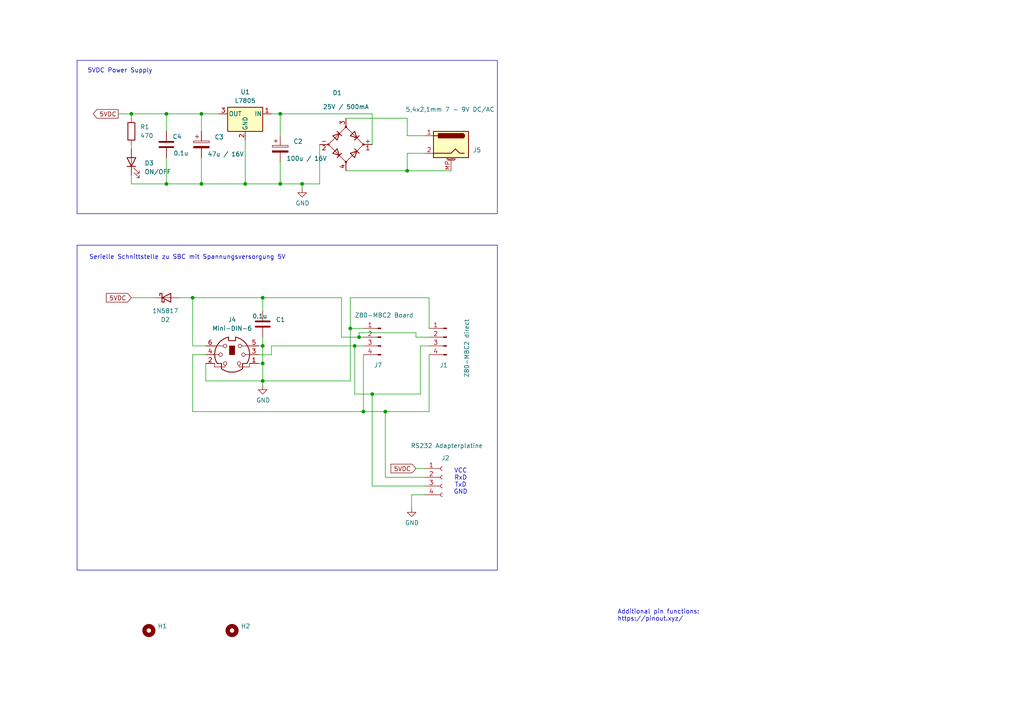
<source format=kicad_sch>
(kicad_sch (version 20250114) (generator "eeschema") (generator_version "9.0")
  (paper "A4")
  (title_block (date "15 nov 2012"))
  (lib_symbols
    (symbol "Connector:Barrel_Jack_MountingPin" (pin_names (hide yes))
      (property "Reference" "J" (at 0 5.334 0))
      (property "Value" "Barrel_Jack_MountingPin" (at 1.27 -6.35 0))
      (symbol "Barrel_Jack_MountingPin_0_1"
        (rectangle (start -5.08 3.81) (end 5.08 -3.81) (stroke (width 0.254)) (fill (type background)))
        (polyline (pts (xy -3.81 -2.54) (xy -2.54 -2.54) (xy -1.27 -1.27) (xy 0 -2.54) (xy 2.54 -2.54) (xy 5.08 -2.54)) (stroke (width 0.254)))
        (arc (start -3.302 1.905) (mid -3.9343 2.54) (end -3.302 3.175) (stroke (width 0.254)))
        (arc (start -3.302 1.905) (mid -3.9343 2.54) (end -3.302 3.175) (stroke (width 0.254)) (fill (type outline)))
        (rectangle (start 3.683 3.175) (end -3.302 1.905) (stroke (width 0.254)) (fill (type outline)))
        (polyline (pts (xy 5.08 2.54) (xy 3.81 2.54)) (stroke (width 0.254)))
      )
      (symbol "Barrel_Jack_MountingPin_1_1"
        (polyline (pts (xy -1.016 -4.572) (xy 1.016 -4.572)) (stroke (width 0.1524)))
        (text "Mounting" (at 0 -4.191 0) (effects (font (size 0.381 0.381))))
        (pin passive line (at 0 -7.62 90) (length 3.048) (name "MountPin") (number "MP"))
        (pin passive line (at 7.62 2.54 180) (length 2.54) (name "~") (number "1"))
        (pin passive line (at 7.62 -2.54 180) (length 2.54) (name "~") (number "2"))
      )
    )
    (symbol "Connector:Conn_01x04_Pin" (pin_names (offset 1.016) (hide yes))
      (property "Reference" "J" (at 0 5.08 0))
      (property "Value" "Conn_01x04_Pin" (at 0 -7.62 0))
      (symbol "Conn_01x04_Pin_1_1"
        (rectangle (start 0.8636 2.667) (end 0 2.413) (stroke (width 0.1524)) (fill (type outline)))
        (rectangle (start 0.8636 0.127) (end 0 -0.127) (stroke (width 0.1524)) (fill (type outline)))
        (rectangle (start 0.8636 -2.413) (end 0 -2.667) (stroke (width 0.1524)) (fill (type outline)))
        (rectangle (start 0.8636 -4.953) (end 0 -5.207) (stroke (width 0.1524)) (fill (type outline)))
        (polyline (pts (xy 1.27 2.54) (xy 0.8636 2.54)) (stroke (width 0.1524)))
        (polyline (pts (xy 1.27 0) (xy 0.8636 0)) (stroke (width 0.1524)))
        (polyline (pts (xy 1.27 -2.54) (xy 0.8636 -2.54)) (stroke (width 0.1524)))
        (polyline (pts (xy 1.27 -5.08) (xy 0.8636 -5.08)) (stroke (width 0.1524)))
        (pin passive line (at 5.08 2.54 180) (length 3.81) (name "Pin_1") (number "1"))
        (pin passive line (at 5.08 0 180) (length 3.81) (name "Pin_2") (number "2"))
        (pin passive line (at 5.08 -2.54 180) (length 3.81) (name "Pin_3") (number "3"))
        (pin passive line (at 5.08 -5.08 180) (length 3.81) (name "Pin_4") (number "4"))
      )
    )
    (symbol "Connector:Conn_01x04_Socket" (pin_names (offset 1.016) (hide yes))
      (property "Reference" "J" (at 0 5.08 0))
      (property "Value" "Conn_01x04_Socket" (at 0 -7.62 0))
      (symbol "Conn_01x04_Socket_1_1"
        (polyline (pts (xy -1.27 2.54) (xy -0.508 2.54)) (stroke (width 0.1524)))
        (polyline (pts (xy -1.27 0) (xy -0.508 0)) (stroke (width 0.1524)))
        (polyline (pts (xy -1.27 -2.54) (xy -0.508 -2.54)) (stroke (width 0.1524)))
        (polyline (pts (xy -1.27 -5.08) (xy -0.508 -5.08)) (stroke (width 0.1524)))
        (arc (start 0 2.032) (mid -0.5058 2.54) (end 0 3.048) (stroke (width 0.1524)))
        (arc (start 0 -0.508) (mid -0.5058 0) (end 0 0.508) (stroke (width 0.1524)))
        (arc (start 0 -3.048) (mid -0.5058 -2.54) (end 0 -2.032) (stroke (width 0.1524)))
        (arc (start 0 -5.588) (mid -0.5058 -5.08) (end 0 -4.572) (stroke (width 0.1524)))
        (pin passive line (at -5.08 2.54 0) (length 3.81) (name "Pin_1") (number "1"))
        (pin passive line (at -5.08 0 0) (length 3.81) (name "Pin_2") (number "2"))
        (pin passive line (at -5.08 -2.54 0) (length 3.81) (name "Pin_3") (number "3"))
        (pin passive line (at -5.08 -5.08 0) (length 3.81) (name "Pin_4") (number "4"))
      )
    )
    (symbol "Connector:Mini-DIN-6" (pin_names (offset 1.016))
      (property "Reference" "J" (at 0 6.35 0))
      (property "Value" "Mini-DIN-6" (at 0 -6.35 0))
      (symbol "Mini-DIN-6_0_1"
        (polyline (pts (xy -4.318 -2.54) (xy -3.048 -2.54) (xy -3.048 -4.064)) (stroke (width 0.254)))
        (polyline (pts (xy -3.81 0) (xy -5.08 0)))
        (circle (center -3.302 0) (radius 0.508))
        (polyline (pts (xy -2.54 2.54) (xy -5.08 2.54)))
        (circle (center -2.032 2.54) (radius 0.508))
        (circle (center -2.032 -2.54) (radius 0.508))
        (polyline (pts (xy -2.032 -3.048) (xy -2.032 -3.556) (xy -5.08 -3.556) (xy -5.08 -2.54)))
        (polyline (pts (xy -1.016 5.08) (xy -1.016 4.064) (xy 1.016 4.064) (xy 1.016 5.08)) (stroke (width 0.254)))
        (rectangle (start -0.762 2.54) (end 0.762 0) (fill (type outline)))
        (arc (start 3.048 -4.064) (mid 0 -5.08) (end -3.048 -4.064) (stroke (width 0.254)))
        (arc (start 1.016 5.08) (mid 4.6646 2.1356) (end 4.318 -2.54) (stroke (width 0.254)))
        (arc (start -4.318 -2.54) (mid -4.6241 2.1181) (end -1.016 5.08) (stroke (width 0.254)))
        (circle (center 2.032 -2.54) (radius 0.508))
        (polyline (pts (xy 2.032 -3.048) (xy 2.032 -3.556) (xy 5.08 -3.556) (xy 5.08 -2.54)))
        (circle (center 2.286 2.54) (radius 0.508))
        (polyline (pts (xy 2.794 2.54) (xy 5.08 2.54)))
        (circle (center 3.302 0) (radius 0.508))
        (polyline (pts (xy 4.318 -2.54) (xy 3.048 -2.54) (xy 3.048 -4.064)) (stroke (width 0.254)))
        (polyline (pts (xy 5.08 0) (xy 3.81 0)))
      )
      (symbol "Mini-DIN-6_1_1"
        (pin passive line (at -7.62 2.54 0) (length 2.54) (name "~") (number "6"))
        (pin passive line (at -7.62 0 0) (length 2.54) (name "~") (number "4"))
        (pin passive line (at -7.62 -2.54 0) (length 2.54) (name "~") (number "2"))
        (pin passive line (at 7.62 2.54 180) (length 2.54) (name "~") (number "5"))
        (pin passive line (at 7.62 0 180) (length 2.54) (name "~") (number "3"))
        (pin passive line (at 7.62 -2.54 180) (length 2.54) (name "~") (number "1"))
      )
    )
    (symbol "Device:C" (pin_numbers (hide yes)) (pin_names (offset 0.254))
      (property "Reference" "C" (at 0.635 2.54 0))
      (property "Value" "C" (at 0.635 -2.54 0))
      (symbol "C_0_1"
        (polyline (pts (xy -2.032 0.762) (xy 2.032 0.762)) (stroke (width 0.508)))
        (polyline (pts (xy -2.032 -0.762) (xy 2.032 -0.762)) (stroke (width 0.508)))
      )
      (symbol "C_1_1"
        (pin passive line (at 0 3.81 270) (length 2.794) (name "~") (number "1"))
        (pin passive line (at 0 -3.81 90) (length 2.794) (name "~") (number "2"))
      )
    )
    (symbol "Device:C_Polarized" (pin_numbers (hide yes)) (pin_names (offset 0.254))
      (property "Reference" "C" (at 0.635 2.54 0))
      (property "Value" "C_Polarized" (at 0.635 -2.54 0))
      (symbol "C_Polarized_0_1"
        (rectangle (start -2.286 0.508) (end 2.286 1.016))
        (polyline (pts (xy -1.778 2.286) (xy -0.762 2.286)))
        (polyline (pts (xy -1.27 2.794) (xy -1.27 1.778)))
        (rectangle (start 2.286 -0.508) (end -2.286 -1.016) (fill (type outline)))
      )
      (symbol "C_Polarized_1_1"
        (pin passive line (at 0 3.81 270) (length 2.794) (name "~") (number "1"))
        (pin passive line (at 0 -3.81 90) (length 2.794) (name "~") (number "2"))
      )
    )
    (symbol "Device:D_Bridge_+-AA" (pin_names (offset 0))
      (property "Reference" "D" (at 2.54 6.985 0))
      (property "Value" "D_Bridge_+-AA" (at 2.54 5.08 0))
      (symbol "D_Bridge_+-AA_0_1"
        (circle (center -5.08 0) (radius 0.254) (fill (type outline)))
        (polyline (pts (xy -5.08 0) (xy 0 -5.08) (xy 5.08 0) (xy 0 5.08) (xy -5.08 0)))
        (polyline (pts (xy -3.81 2.54) (xy -2.54 1.27) (xy -1.905 3.175) (xy -3.81 2.54)) (stroke (width 0.254)))
        (polyline (pts (xy -2.54 3.81) (xy -1.27 2.54)) (stroke (width 0.254)))
        (polyline (pts (xy -2.54 -1.27) (xy -3.81 -2.54) (xy -1.905 -3.175) (xy -2.54 -1.27)) (stroke (width 0.254)))
        (polyline (pts (xy -1.27 -2.54) (xy -2.54 -3.81)) (stroke (width 0.254)))
        (circle (center 0 5.08) (radius 0.254) (fill (type outline)))
        (circle (center 0 -5.08) (radius 0.254) (fill (type outline)))
        (polyline (pts (xy 1.27 2.54) (xy 2.54 3.81) (xy 3.175 1.905) (xy 1.27 2.54)) (stroke (width 0.254)))
        (polyline (pts (xy 2.54 1.27) (xy 3.81 2.54)) (stroke (width 0.254)))
        (polyline (pts (xy 2.54 -1.27) (xy 3.81 -2.54)) (stroke (width 0.254)))
        (polyline (pts (xy 3.175 -1.905) (xy 1.27 -2.54) (xy 2.54 -3.81) (xy 3.175 -1.905)) (stroke (width 0.254)))
        (circle (center 5.08 0) (radius 0.254) (fill (type outline)))
      )
      (symbol "D_Bridge_+-AA_1_1"
        (pin passive line (at -7.62 0 0) (length 2.54) (name "-") (number "2"))
        (pin passive line (at 0 7.62 270) (length 2.54) (name "~") (number "3"))
        (pin passive line (at 0 -7.62 90) (length 2.54) (name "~") (number "4"))
        (pin passive line (at 7.62 0 180) (length 2.54) (name "+") (number "1"))
      )
    )
    (symbol "Device:LED" (pin_numbers (hide yes)) (pin_names (offset 1.016) (hide yes))
      (property "Reference" "D" (at 0 2.54 0))
      (property "Value" "LED" (at 0 -2.54 0))
      (symbol "LED_0_1"
        (polyline (pts (xy -3.048 -0.762) (xy -4.572 -2.286) (xy -3.81 -2.286) (xy -4.572 -2.286) (xy -4.572 -1.524)))
        (polyline (pts (xy -1.778 -0.762) (xy -3.302 -2.286) (xy -2.54 -2.286) (xy -3.302 -2.286) (xy -3.302 -1.524)))
        (polyline (pts (xy -1.27 0) (xy 1.27 0)))
        (polyline (pts (xy -1.27 -1.27) (xy -1.27 1.27)) (stroke (width 0.254)))
        (polyline (pts (xy 1.27 -1.27) (xy 1.27 1.27) (xy -1.27 0) (xy 1.27 -1.27)) (stroke (width 0.254)))
      )
      (symbol "LED_1_1"
        (pin passive line (at -3.81 0 0) (length 2.54) (name "K") (number "1"))
        (pin passive line (at 3.81 0 180) (length 2.54) (name "A") (number "2"))
      )
    )
    (symbol "Device:R" (pin_numbers (hide yes)) (pin_names (offset 0))
      (property "Reference" "R" (at 2.032 0 90))
      (property "Value" "R" (at 0 0 90))
      (symbol "R_0_1"
        (rectangle (start -1.016 -2.54) (end 1.016 2.54) (stroke (width 0.254)))
      )
      (symbol "R_1_1"
        (pin passive line (at 0 3.81 270) (length 1.27) (name "~") (number "1"))
        (pin passive line (at 0 -3.81 90) (length 1.27) (name "~") (number "2"))
      )
    )
    (symbol "Diode:1N5817" (pin_numbers (hide yes)) (pin_names (offset 1.016) (hide yes))
      (property "Reference" "D" (at 0 2.54 0))
      (property "Value" "1N5817" (at 0 -2.54 0))
      (symbol "1N5817_0_1"
        (polyline (pts (xy -1.905 0.635) (xy -1.905 1.27) (xy -1.27 1.27) (xy -1.27 -1.27) (xy -0.635 -1.27) (xy -0.635 -0.635)) (stroke (width 0.254)))
        (polyline (pts (xy 1.27 1.27) (xy 1.27 -1.27) (xy -1.27 0) (xy 1.27 1.27)) (stroke (width 0.254)))
        (polyline (pts (xy 1.27 0) (xy -1.27 0)))
      )
      (symbol "1N5817_1_1"
        (pin passive line (at -3.81 0 0) (length 2.54) (name "K") (number "1"))
        (pin passive line (at 3.81 0 180) (length 2.54) (name "A") (number "2"))
      )
    )
    (symbol "Mechanical:MountingHole" (pin_names (offset 1.016)) (in_bom no)
      (property "Reference" "H" (at 0 5.08 0))
      (property "Value" "MountingHole" (at 0 3.175 0))
      (symbol "MountingHole_0_1"
        (circle (center 0 0) (radius 1.27) (stroke (width 1.27)))
      )
    )
    (symbol "Regulator_Linear:L7805" (pin_names (offset 0.254))
      (property "Reference" "U" (at -3.81 3.175 0))
      (property "Value" "L7805" (at 0 3.175 0))
      (symbol "L7805_0_1"
        (rectangle (start -5.08 1.905) (end 5.08 -5.08) (stroke (width 0.254)) (fill (type background)))
      )
      (symbol "L7805_1_1"
        (pin power_in line (at -7.62 0 0) (length 2.54) (name "IN") (number "1"))
        (pin power_in line (at 0 -7.62 90) (length 2.54) (name "GND") (number "2"))
        (pin power_out line (at 7.62 0 180) (length 2.54) (name "OUT") (number "3"))
      )
    )
    (symbol "power:GND" (power) (pin_numbers (hide yes)) (pin_names (offset 0) (hide yes))
      (property "Value" "GND" (at 0 -3.81 0))
      (symbol "GND_0_1"
        (polyline (pts (xy 0 0) (xy 0 -1.27) (xy 1.27 -1.27) (xy 0 -2.54) (xy -1.27 -1.27) (xy 0 -1.27)))
      )
      (symbol "GND_1_1"
        (pin power_in line (at 0 0 270) (length 0) (name "~") (number "1"))
      )
    )
  )
  (rectangle (start 22.352 71.12) (end 144.272 165.354))
  (rectangle (start 22.352 17.526) (end 144.272 61.976))
  (text "Serielle Schnittstelle zu SBC mit Spannungsversorgung 5V" (at 54.356 74.676 0) (effects (font (size 1.27 1.27))))
  (text "5VDC Power Supply" (at 34.798 20.574 0) (effects (font (size 1.27 1.27))))
  (text "VCC\nRxD\nTxD\nGND" (at 133.604 139.7 0) (effects (font (size 1.27 1.27))))
  (text "Additional pin functions:\nhttps://pinout.xyz/" (at 179.07 180.34 0) (effects (font (size 1.27 1.27)) (justify left bottom)))
  (junction (at 111.76 119.38))
  (junction (at 101.6 95.25))
  (junction (at 38.1 33.02))
  (junction (at 87.63 53.34))
  (junction (at 102.87 100.33))
  (junction (at 118.11 49.53))
  (junction (at 58.42 53.34))
  (junction (at 76.2 86.36))
  (junction (at 76.2 110.49))
  (junction (at 55.88 86.36))
  (junction (at 107.95 114.3))
  (junction (at 76.2 105.41))
  (junction (at 81.28 53.34))
  (junction (at 48.26 33.02))
  (junction (at 58.42 33.02))
  (junction (at 104.14 97.79))
  (junction (at 71.12 53.34))
  (junction (at 105.41 119.38))
  (junction (at 48.26 53.34))
  (junction (at 76.2 100.33))
  (junction (at 81.28 33.02))
  (wire (pts (xy 81.28 33.02) (xy 107.95 33.02)))
  (wire (pts (xy 76.2 100.33) (xy 76.2 105.41)))
  (wire (pts (xy 78.74 33.02) (xy 81.28 33.02)))
  (wire (pts (xy 123.19 138.43) (xy 111.76 138.43)))
  (wire (pts (xy 76.2 110.49) (xy 76.2 111.76)))
  (wire (pts (xy 105.41 119.38) (xy 111.76 119.38)))
  (wire (pts (xy 101.6 86.36) (xy 124.46 86.36)))
  (wire (pts (xy 38.1 33.02) (xy 48.26 33.02)))
  (wire (pts (xy 58.42 45.72) (xy 58.42 53.34)))
  (wire (pts (xy 55.88 102.87) (xy 55.88 119.38)))
  (wire (pts (xy 76.2 86.36) (xy 99.06 86.36)))
  (wire (pts (xy 105.41 102.87) (xy 105.41 119.38)))
  (wire (pts (xy 102.87 100.33) (xy 102.87 114.3)))
  (wire (pts (xy 100.33 49.53) (xy 118.11 49.53)))
  (wire (pts (xy 118.11 34.29) (xy 118.11 39.37)))
  (wire (pts (xy 81.28 39.37) (xy 81.28 33.02)))
  (wire (pts (xy 59.69 110.49) (xy 76.2 110.49)))
  (wire (pts (xy 58.42 38.1) (xy 58.42 33.02)))
  (wire (pts (xy 118.11 49.53) (xy 130.81 49.53)))
  (wire (pts (xy 78.74 102.87) (xy 74.93 102.87)))
  (wire (pts (xy 100.33 34.29) (xy 118.11 34.29)))
  (wire (pts (xy 124.46 86.36) (xy 124.46 95.25)))
  (wire (pts (xy 124.46 119.38) (xy 124.46 102.87)))
  (wire (pts (xy 55.88 86.36) (xy 55.88 100.33)))
  (wire (pts (xy 71.12 40.64) (xy 71.12 53.34)))
  (wire (pts (xy 118.11 39.37) (xy 123.19 39.37)))
  (wire (pts (xy 87.63 53.34) (xy 87.63 54.61)))
  (wire (pts (xy 76.2 97.79) (xy 76.2 100.33)))
  (wire (pts (xy 74.93 100.33) (xy 76.2 100.33)))
  (wire (pts (xy 101.6 86.36) (xy 101.6 95.25)))
  (wire (pts (xy 78.74 100.33) (xy 102.87 100.33)))
  (wire (pts (xy 120.65 96.52) (xy 104.14 96.52)))
  (wire (pts (xy 44.45 86.36) (xy 38.1 86.36)))
  (wire (pts (xy 48.26 53.34) (xy 58.42 53.34)))
  (wire (pts (xy 105.41 95.25) (xy 101.6 95.25)))
  (wire (pts (xy 107.95 33.02) (xy 107.95 41.91)))
  (wire (pts (xy 107.95 114.3) (xy 121.92 114.3)))
  (wire (pts (xy 120.65 97.79) (xy 124.46 97.79)))
  (wire (pts (xy 76.2 86.36) (xy 76.2 90.17)))
  (wire (pts (xy 118.11 49.53) (xy 118.11 44.45)))
  (wire (pts (xy 104.14 97.79) (xy 105.41 97.79)))
  (wire (pts (xy 99.06 97.79) (xy 104.14 97.79)))
  (wire (pts (xy 52.07 86.36) (xy 55.88 86.36)))
  (wire (pts (xy 111.76 138.43) (xy 111.76 119.38)))
  (wire (pts (xy 81.28 53.34) (xy 81.28 46.99)))
  (wire (pts (xy 92.71 53.34) (xy 87.63 53.34)))
  (wire (pts (xy 76.2 105.41) (xy 76.2 110.49)))
  (wire (pts (xy 101.6 95.25) (xy 101.6 110.49)))
  (wire (pts (xy 71.12 53.34) (xy 81.28 53.34)))
  (wire (pts (xy 34.29 33.02) (xy 38.1 33.02)))
  (wire (pts (xy 38.1 50.8) (xy 38.1 53.34)))
  (wire (pts (xy 121.92 100.33) (xy 124.46 100.33)))
  (wire (pts (xy 99.06 86.36) (xy 99.06 97.79)))
  (wire (pts (xy 58.42 53.34) (xy 71.12 53.34)))
  (wire (pts (xy 48.26 38.1) (xy 48.26 33.02)))
  (wire (pts (xy 123.19 140.97) (xy 107.95 140.97)))
  (wire (pts (xy 55.88 86.36) (xy 76.2 86.36)))
  (wire (pts (xy 76.2 110.49) (xy 101.6 110.49)))
  (wire (pts (xy 104.14 96.52) (xy 104.14 97.79)))
  (wire (pts (xy 78.74 100.33) (xy 78.74 102.87)))
  (wire (pts (xy 55.88 100.33) (xy 59.69 100.33)))
  (wire (pts (xy 120.65 97.79) (xy 120.65 96.52)))
  (wire (pts (xy 119.38 147.32) (xy 119.38 143.51)))
  (wire (pts (xy 38.1 33.02) (xy 38.1 34.29)))
  (wire (pts (xy 48.26 45.72) (xy 48.26 53.34)))
  (wire (pts (xy 38.1 41.91) (xy 38.1 43.18)))
  (wire (pts (xy 107.95 140.97) (xy 107.95 114.3)))
  (wire (pts (xy 59.69 105.41) (xy 59.69 110.49)))
  (wire (pts (xy 119.38 143.51) (xy 123.19 143.51)))
  (wire (pts (xy 38.1 53.34) (xy 48.26 53.34)))
  (wire (pts (xy 102.87 114.3) (xy 107.95 114.3)))
  (wire (pts (xy 102.87 100.33) (xy 105.41 100.33)))
  (wire (pts (xy 111.76 119.38) (xy 124.46 119.38)))
  (wire (pts (xy 55.88 119.38) (xy 105.41 119.38)))
  (wire (pts (xy 74.93 105.41) (xy 76.2 105.41)))
  (wire (pts (xy 87.63 53.34) (xy 81.28 53.34)))
  (wire (pts (xy 120.65 135.89) (xy 123.19 135.89)))
  (wire (pts (xy 55.88 102.87) (xy 59.69 102.87)))
  (wire (pts (xy 48.26 33.02) (xy 58.42 33.02)))
  (wire (pts (xy 121.92 114.3) (xy 121.92 100.33)))
  (wire (pts (xy 118.11 44.45) (xy 123.19 44.45)))
  (wire (pts (xy 92.71 41.91) (xy 92.71 53.34)))
  (wire (pts (xy 58.42 33.02) (xy 63.5 33.02)))
  (global_label "5VDC" (shape input) (at 120.65 135.89 180) (property "Intersheetrefs" "${INTERSHEET_REFS}" (effects (hide yes))))
  (global_label "5VDC" (shape output) (at 34.29 33.02 180) (property "Intersheetrefs" "${INTERSHEET_REFS}" (effects (hide yes))))
  (global_label "5VDC" (shape input) (at 38.1 86.36 180) (property "Intersheetrefs" "${INTERSHEET_REFS}" (effects (hide yes))))
  (symbol (lib_id "Device:C_Polarized") (at 81.28 43.18 0) (unit 1)
    (property "Reference" "C2" (at 85.09 41.0209 0) (effects (justify left)))
    (property "Value" "100u / 16V" (at 83.058 45.974 0) (effects (justify left)))
    (property "Footprint" "Capacitor_THT:CP_Radial_D10.0mm_P5.00mm" (effects (hide yes)))
    (property "Description" "Polarized capacitor" (effects (hide yes)))
  )
  (symbol (lib_id "Device:LED") (at 38.1 46.99 90) (unit 1)
    (property "Reference" "D3" (at 41.91 47.3074 90) (effects (justify right)))
    (property "Value" "ON/OFF" (at 41.91 49.8474 90) (effects (justify right)))
    (property "Footprint" "LED_THT:LED_D3.0mm" (effects (hide yes)))
    (property "Description" "Light emitting diode" (effects (hide yes)))
    (property "Sim.Pins" "1=K 2=A" (effects (hide yes)))
  )
  (symbol (lib_id "Device:C") (at 76.2 93.98 0) (unit 1)
    (property "Reference" "C1" (at 80.01 92.7099 0) (effects (justify left)))
    (property "Value" "0.1u" (at 73.152 91.694 0) (effects (justify left)))
    (property "Footprint" "Capacitor_THT:C_Rect_L4.0mm_W2.5mm_P2.50mm" (effects (hide yes)))
    (property "Description" "Unpolarized capacitor" (effects (hide yes)))
  )
  (symbol (lib_id "Mechanical:MountingHole") (at 43.18 182.88 0) (unit 1) (in_bom no)
    (property "Reference" "H1" (at 45.72 181.6099 0) (effects (justify left)))
    (property "Value" "MountingHole" (effects (hide yes)))
    (property "Footprint" "MountingHole:MountingHole_3.2mm_M3" (effects (hide yes)))
    (property "Description" "Mounting Hole without connection" (effects (hide yes)))
  )
  (symbol (lib_id "power:GND") (at 119.38 147.32 0) (unit 1)
    (property "Reference" "#PWR01" (effects (hide yes)))
    (property "Value" "GND" (at 119.4943 151.6444 0))
    (property "Description" "Power symbol creates a global label with name \"GND\" , ground" (effects (hide yes)))
  )
  (symbol (lib_id "Connector:Conn_01x04_Pin") (at 110.49 97.79 0) (mirror y) (unit 1)
    (property "Reference" "J7" (at 108.458 105.918 0) (effects (justify right)))
    (property "Value" "Z80-MBC2 Board" (at 102.87 91.44 0) (effects (justify right)))
    (property "Footprint" "Connector_PinHeader_2.54mm:PinHeader_1x04_P2.54mm_Vertical" (effects (hide yes)))
    (property "Description" "Generic connector, single row, 01x04, script generated" (effects (hide yes)))
  )
  (symbol (lib_id "Connector:Mini-DIN-6") (at 67.31 102.87 0) (unit 1)
    (property "Reference" "J4" (at 67.3277 92.71 0))
    (property "Value" "Mini-DIN-6" (at 67.3277 95.25 0))
    (property "Footprint" "Mini_DIN6:J_Mini-DIN-6" (effects (hide yes)))
    (property "Datasheet" "http://service.powerdynamics.com/ec/Catalog17/Section%2011.pdf" (effects (hide yes)))
    (property "Description" "6-pin Mini-DIN connector" (effects (hide yes)))
  )
  (symbol (lib_id "Regulator_Linear:L7805") (at 71.12 33.02 0) (mirror y) (unit 1)
    (property "Reference" "U1" (at 71.12 26.67 0))
    (property "Value" "L7805" (at 71.12 29.21 0))
    (property "Footprint" "Package_TO_SOT_THT:TO-220-3_Horizontal_TabDown" (effects (hide yes)))
    (property "Datasheet" "http://www.st.com/content/ccc/resource/technical/document/datasheet/41/4f/b3/b0/12/d4/47/88/CD00000444.pdf/files/CD00000444.pdf/jcr:content/translations/en.CD00000444.pdf" (effects (hide yes)))
    (property "Description" "Positive 1.5A 35V Linear Regulator, Fixed Output 5V, TO-220/TO-263/TO-252" (effects (hide yes)))
  )
  (symbol (lib_id "Connector:Barrel_Jack_MountingPin") (at 130.81 41.91 0) (mirror y) (unit 1)
    (property "Reference" "J5" (at 137.16 43.5357 0) (effects (justify right)))
    (property "Value" "5,4x2,1mm 7 - 9V DC/AC" (at 117.602 31.75 0) (effects (justify right)))
    (property "Footprint" "Connector_BarrelJack:BarrelJack_Wuerth_6941xx301002" (effects (hide yes)))
    (property "Description" "DC Barrel Jack with a mounting pin" (effects (hide yes)))
  )
  (symbol (lib_id "power:GND") (at 76.2 111.76 0) (unit 1)
    (property "Reference" "#PWR08" (effects (hide yes)))
    (property "Value" "GND" (at 76.3143 116.0844 0))
    (property "Description" "Power symbol creates a global label with name \"GND\" , ground" (effects (hide yes)))
  )
  (symbol (lib_id "power:GND") (at 87.63 54.61 0) (unit 1)
    (property "Reference" "#PWR02" (effects (hide yes)))
    (property "Value" "GND" (at 87.7443 58.9344 0))
    (property "Description" "Power symbol creates a global label with name \"GND\" , ground" (effects (hide yes)))
  )
  (symbol (lib_id "Diode:1N5817") (at 48.26 86.36 0) (unit 1)
    (property "Reference" "D2" (at 47.9425 92.71 0))
    (property "Value" "1N5817" (at 47.9425 90.17 0))
    (property "Footprint" "Diode_THT:D_DO-41_SOD81_P10.16mm_Horizontal" (effects (hide yes)))
    (property "Datasheet" "http://www.vishay.com/docs/88525/1n5817.pdf" (effects (hide yes)))
    (property "Description" "20V 1A Schottky Barrier Rectifier Diode, DO-41" (effects (hide yes)))
  )
  (symbol (lib_id "Device:C") (at 48.26 41.91 0) (unit 1)
    (property "Reference" "C4" (at 50.038 39.624 0) (effects (justify left)))
    (property "Value" "0.1u" (at 50.292 44.45 0) (effects (justify left)))
    (property "Footprint" "Capacitor_THT:C_Rect_L7.0mm_W3.5mm_P5.00mm" (effects (hide yes)))
    (property "Description" "Unpolarized capacitor" (effects (hide yes)))
  )
  (symbol (lib_id "Device:R") (at 38.1 38.1 0) (unit 1)
    (property "Reference" "R1" (at 40.64 36.8299 0) (effects (justify left)))
    (property "Value" "470" (at 40.64 39.3699 0) (effects (justify left)))
    (property "Footprint" "Resistor_THT:R_Axial_DIN0207_L6.3mm_D2.5mm_P10.16mm_Horizontal" (effects (hide yes)))
    (property "Description" "Resistor" (effects (hide yes)))
  )
  (symbol (lib_id "Mechanical:MountingHole") (at 67.31 182.88 0) (unit 1) (in_bom no)
    (property "Reference" "H2" (at 69.85 181.6099 0) (effects (justify left)))
    (property "Value" "MountingHole" (effects (hide yes)))
    (property "Footprint" "MountingHole:MountingHole_3.2mm_M3" (effects (hide yes)))
    (property "Description" "Mounting Hole without connection" (effects (hide yes)))
  )
  (symbol (lib_id "Device:D_Bridge_+-AA") (at 100.33 41.91 0) (unit 1)
    (property "Reference" "D1" (at 97.79 26.924 0))
    (property "Value" "25V / 500mA" (at 100.33 30.988 0))
    (property "Footprint" "Diode_THT:Diode_Bridge_Round_D8.9mm" (effects (hide yes)))
    (property "Description" "Diode bridge, +ve/-ve/AC/AC" (effects (hide yes)))
  )
  (symbol (lib_id "Connector:Conn_01x04_Pin") (at 129.54 97.79 0) (mirror y) (unit 1)
    (property "Reference" "J1" (at 127.508 105.918 0) (effects (justify right)))
    (property "Value" "Z80-MBC2 direct" (at 135.382 92.456 90) (effects (justify right)))
    (property "Footprint" "Connector_PinHeader_2.54mm:PinHeader_1x04_P2.54mm_Vertical" (effects (hide yes)))
    (property "Description" "Generic connector, single row, 01x04, script generated" (effects (hide yes)))
  )
  (symbol (lib_id "Connector:Conn_01x04_Socket") (at 128.27 138.43 0) (unit 1)
    (property "Reference" "J2" (at 128.016 132.842 0) (effects (justify left)))
    (property "Value" "RS232 Adapterplatine" (at 119.126 129.286 0) (effects (justify left)))
    (property "Footprint" "Connector_PinSocket_2.54mm:PinSocket_1x04_P2.54mm_Horizontal" (effects (hide yes)))
    (property "Description" "Generic connector, single row, 01x04, script generated" (effects (hide yes)))
  )
  (symbol (lib_id "Device:C_Polarized") (at 58.42 41.91 0) (unit 1)
    (property "Reference" "C3" (at 62.23 39.7509 0) (effects (justify left)))
    (property "Value" "47u / 16V" (at 60.198 44.704 0) (effects (justify left)))
    (property "Footprint" "Capacitor_THT:CP_Radial_D10.0mm_P5.00mm" (effects (hide yes)))
    (property "Description" "Polarized capacitor" (effects (hide yes)))
  )
)
</source>
